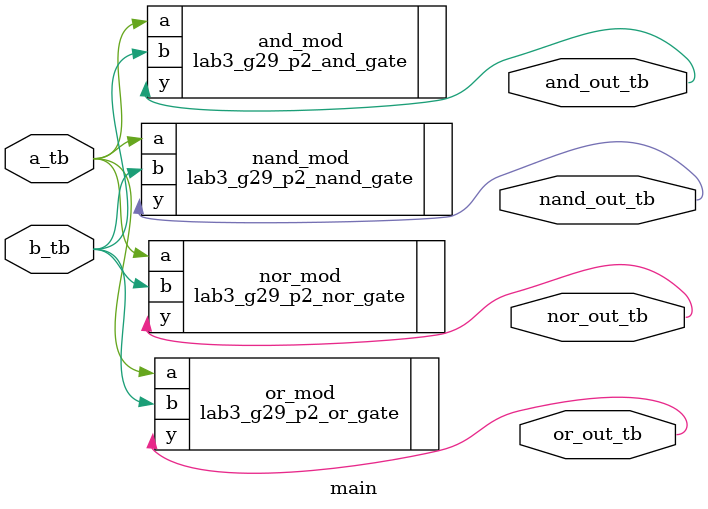
<source format=sv>
`timescale 1ns/1ps

module main(

   input logic a_tb, b_tb,
   output logic and_out_tb, or_out_tb, nand_out_tb, nor_out_tb);

    // AND Kapısı Test
    lab3_g29_p2_and_gate and_mod (
        .a(a_tb),
        .b(b_tb),
        .y(and_out_tb)
    );

    // OR Kapısı Test
    lab3_g29_p2_or_gate or_mod (
        .a(a_tb),
        .b(b_tb),
        .y(or_out_tb)
    );

    // NAND Kapısı Test
    lab3_g29_p2_nand_gate nand_mod (
        .a(a_tb),
        .b(b_tb),
        .y(nand_out_tb)
    );

    // NOR Kapısı Test
    lab3_g29_p2_nor_gate nor_mod (
        .a(a_tb),
        .b(b_tb),
        .y(nor_out_tb)
    );

    endmodule
</source>
